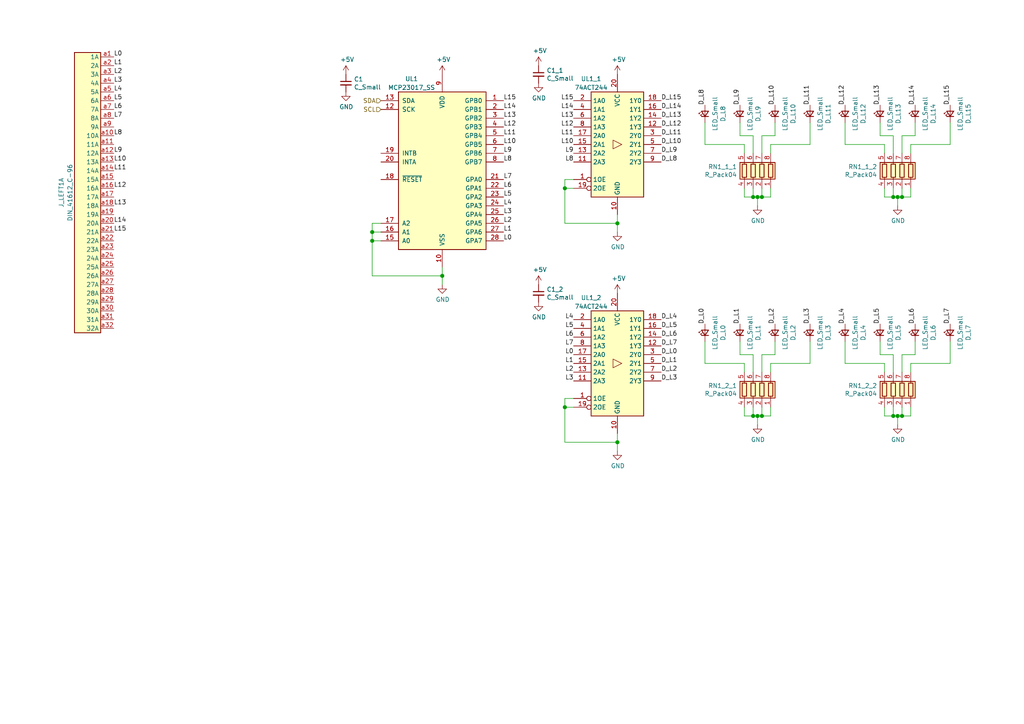
<source format=kicad_sch>
(kicad_sch (version 20200827) (generator eeschema)
  (page 2 2)
  (paper "A4")
  (lib_symbols
    (symbol "74xx:74HCT244"
      (property "Reference" "U" (at -7.62 16.51 0))
      (property "Value" "74HCT244" (at -7.62 -16.51 0))
      (symbol "74HCT244_1_1"
        (rectangle (start -7.62 15.24) (end 7.62 -15.24) (stroke (width 0.254)) (fill (type background)))
      )
      (symbol "74HCT244_1_0"
        (polyline (pts (xy 1.27 0) (xy -1.27 1.27) (xy -1.27 -1.27) (xy 1.27 0)) (stroke (width 0.1524)))
        (pin input inverted (at -12.7 -10.16 0) (length 5.08) (name "1OE") (number "1"))
        (pin power_in line (at 0 -20.32 90) (length 5.08) (name "GND") (number "10"))
        (pin input line (at -12.7 -5.08 0) (length 5.08) (name "2A3") (number "11"))
        (pin tri_state line (at 12.7 5.08 180) (length 5.08) (name "1Y3") (number "12"))
        (pin input line (at -12.7 -2.54 0) (length 5.08) (name "2A2") (number "13"))
        (pin tri_state line (at 12.7 7.62 180) (length 5.08) (name "1Y2") (number "14"))
        (pin input line (at -12.7 0 0) (length 5.08) (name "2A1") (number "15"))
        (pin tri_state line (at 12.7 10.16 180) (length 5.08) (name "1Y1") (number "16"))
        (pin input line (at -12.7 2.54 0) (length 5.08) (name "2A0") (number "17"))
        (pin tri_state line (at 12.7 12.7 180) (length 5.08) (name "1Y0") (number "18"))
        (pin input inverted (at -12.7 -12.7 0) (length 5.08) (name "2OE") (number "19"))
        (pin input line (at -12.7 12.7 0) (length 5.08) (name "1A0") (number "2"))
        (pin power_in line (at 0 20.32 270) (length 5.08) (name "VCC") (number "20"))
        (pin tri_state line (at 12.7 2.54 180) (length 5.08) (name "2Y0") (number "3"))
        (pin input line (at -12.7 10.16 0) (length 5.08) (name "1A1") (number "4"))
        (pin tri_state line (at 12.7 0 180) (length 5.08) (name "2Y1") (number "5"))
        (pin input line (at -12.7 7.62 0) (length 5.08) (name "1A2") (number "6"))
        (pin tri_state line (at 12.7 -2.54 180) (length 5.08) (name "2Y2") (number "7"))
        (pin input line (at -12.7 5.08 0) (length 5.08) (name "1A3") (number "8"))
        (pin tri_state line (at 12.7 -5.08 180) (length 5.08) (name "2Y3") (number "9"))
      )
    )
    (symbol "DIN_41612:DIN_41612_C-96"
      (property "Reference" "J" (at 0 41.91 0))
      (property "Value" "DIN_41612_C-96" (at 6.35 1.27 90))
      (symbol "DIN_41612_C-96_0_1"
        (rectangle (start -3.81 40.64) (end 3.81 -40.64) (stroke (width 0.254)) (fill (type background)))
      )
      (symbol "DIN_41612_C-96_1_1"
        (pin passive line (at -7.62 39.37 0) (length 3.81) (name "1A") (number "a1"))
        (pin passive line (at -7.62 16.51 0) (length 3.81) (name "10A") (number "a10"))
        (pin passive line (at -7.62 13.97 0) (length 3.81) (name "11A") (number "a11"))
        (pin passive line (at -7.62 11.43 0) (length 3.81) (name "12A") (number "a12"))
        (pin passive line (at -7.62 8.89 0) (length 3.81) (name "13A") (number "a13"))
        (pin passive line (at -7.62 6.35 0) (length 3.81) (name "14A") (number "a14"))
        (pin passive line (at -7.62 3.81 0) (length 3.81) (name "15A") (number "a15"))
        (pin passive line (at -7.62 1.27 0) (length 3.81) (name "16A") (number "a16"))
        (pin passive line (at -7.62 -1.27 0) (length 3.81) (name "17A") (number "a17"))
        (pin passive line (at -7.62 -3.81 0) (length 3.81) (name "18A") (number "a18"))
        (pin passive line (at -7.62 -6.35 0) (length 3.81) (name "19A") (number "a19"))
        (pin passive line (at -7.62 36.83 0) (length 3.81) (name "2A") (number "a2"))
        (pin passive line (at -7.62 -8.89 0) (length 3.81) (name "20A") (number "a20"))
        (pin passive line (at -7.62 -11.43 0) (length 3.81) (name "21A") (number "a21"))
        (pin passive line (at -7.62 -13.97 0) (length 3.81) (name "22A") (number "a22"))
        (pin passive line (at -7.62 -16.51 0) (length 3.81) (name "23A") (number "a23"))
        (pin passive line (at -7.62 -19.05 0) (length 3.81) (name "24A") (number "a24"))
        (pin passive line (at -7.62 -21.59 0) (length 3.81) (name "25A") (number "a25"))
        (pin passive line (at -7.62 -24.13 0) (length 3.81) (name "26A") (number "a26"))
        (pin passive line (at -7.62 -26.67 0) (length 3.81) (name "27A") (number "a27"))
        (pin passive line (at -7.62 -29.21 0) (length 3.81) (name "28A") (number "a28"))
        (pin passive line (at -7.62 -31.75 0) (length 3.81) (name "29A") (number "a29"))
        (pin passive line (at -7.62 34.29 0) (length 3.81) (name "3A") (number "a3"))
        (pin passive line (at -7.62 -34.29 0) (length 3.81) (name "30A") (number "a30"))
        (pin passive line (at -7.62 -36.83 0) (length 3.81) (name "31A") (number "a31"))
        (pin passive line (at -7.62 -39.37 0) (length 3.81) (name "32A") (number "a32"))
        (pin passive line (at -7.62 31.75 0) (length 3.81) (name "4A") (number "a4"))
        (pin passive line (at -7.62 29.21 0) (length 3.81) (name "5A") (number "a5"))
        (pin passive line (at -7.62 26.67 0) (length 3.81) (name "6A") (number "a6"))
        (pin passive line (at -7.62 24.13 0) (length 3.81) (name "7A") (number "a7"))
        (pin passive line (at -7.62 21.59 0) (length 3.81) (name "8A") (number "a8"))
        (pin passive line (at -7.62 19.05 0) (length 3.81) (name "9A") (number "a9"))
      )
      (symbol "DIN_41612_C-96_2_1"
        (pin passive line (at -7.62 39.37 0) (length 3.81) (name "1B") (number "b1"))
        (pin passive line (at -7.62 16.51 0) (length 3.81) (name "10B") (number "b10"))
        (pin passive line (at -7.62 13.97 0) (length 3.81) (name "11B") (number "b11"))
        (pin passive line (at -7.62 11.43 0) (length 3.81) (name "12B") (number "b12"))
        (pin passive line (at -7.62 8.89 0) (length 3.81) (name "13B") (number "b13"))
        (pin passive line (at -7.62 6.35 0) (length 3.81) (name "14B") (number "b14"))
        (pin passive line (at -7.62 3.81 0) (length 3.81) (name "15B") (number "b15"))
        (pin passive line (at -7.62 1.27 0) (length 3.81) (name "16B") (number "b16"))
        (pin passive line (at -7.62 -1.27 0) (length 3.81) (name "17B") (number "b17"))
        (pin passive line (at -7.62 -3.81 0) (length 3.81) (name "18B") (number "b18"))
        (pin passive line (at -7.62 -6.35 0) (length 3.81) (name "19B") (number "b19"))
        (pin passive line (at -7.62 36.83 0) (length 3.81) (name "2B") (number "b2"))
        (pin passive line (at -7.62 -8.89 0) (length 3.81) (name "20B") (number "b20"))
        (pin passive line (at -7.62 -11.43 0) (length 3.81) (name "21B") (number "b21"))
        (pin passive line (at -7.62 -13.97 0) (length 3.81) (name "22B") (number "b22"))
        (pin passive line (at -7.62 -16.51 0) (length 3.81) (name "23B") (number "b23"))
        (pin passive line (at -7.62 -19.05 0) (length 3.81) (name "24B") (number "b24"))
        (pin passive line (at -7.62 -21.59 0) (length 3.81) (name "25B") (number "b25"))
        (pin passive line (at -7.62 -24.13 0) (length 3.81) (name "26B") (number "b26"))
        (pin passive line (at -7.62 -26.67 0) (length 3.81) (name "27B") (number "b27"))
        (pin passive line (at -7.62 -29.21 0) (length 3.81) (name "28B") (number "b28"))
        (pin passive line (at -7.62 -31.75 0) (length 3.81) (name "29B") (number "b29"))
        (pin passive line (at -7.62 34.29 0) (length 3.81) (name "3B") (number "b3"))
        (pin passive line (at -7.62 -34.29 0) (length 3.81) (name "30B") (number "b30"))
        (pin passive line (at -7.62 -36.83 0) (length 3.81) (name "31B") (number "b31"))
        (pin passive line (at -7.62 -39.37 0) (length 3.81) (name "32B") (number "b32"))
        (pin passive line (at -7.62 31.75 0) (length 3.81) (name "4B") (number "b4"))
        (pin passive line (at -7.62 29.21 0) (length 3.81) (name "5B") (number "b5"))
        (pin passive line (at -7.62 26.67 0) (length 3.81) (name "6B") (number "b6"))
        (pin passive line (at -7.62 24.13 0) (length 3.81) (name "7B") (number "b7"))
        (pin passive line (at -7.62 21.59 0) (length 3.81) (name "8B") (number "b8"))
        (pin passive line (at -7.62 19.05 0) (length 3.81) (name "9B") (number "b9"))
      )
      (symbol "DIN_41612_C-96_3_1"
        (pin passive line (at -7.62 39.37 0) (length 3.81) (name "1C") (number "c1"))
        (pin passive line (at -7.62 16.51 0) (length 3.81) (name "10C") (number "c10"))
        (pin passive line (at -7.62 13.97 0) (length 3.81) (name "11C") (number "c11"))
        (pin passive line (at -7.62 11.43 0) (length 3.81) (name "12C") (number "c12"))
        (pin passive line (at -7.62 8.89 0) (length 3.81) (name "13C") (number "c13"))
        (pin passive line (at -7.62 6.35 0) (length 3.81) (name "14C") (number "c14"))
        (pin passive line (at -7.62 3.81 0) (length 3.81) (name "15C") (number "c15"))
        (pin passive line (at -7.62 1.27 0) (length 3.81) (name "16C") (number "c16"))
        (pin passive line (at -7.62 -1.27 0) (length 3.81) (name "17C") (number "c17"))
        (pin passive line (at -7.62 -3.81 0) (length 3.81) (name "18C") (number "c18"))
        (pin passive line (at -7.62 -6.35 0) (length 3.81) (name "19C") (number "c19"))
        (pin passive line (at -7.62 36.83 0) (length 3.81) (name "2C") (number "c2"))
        (pin passive line (at -7.62 -8.89 0) (length 3.81) (name "20C") (number "c20"))
        (pin passive line (at -7.62 -11.43 0) (length 3.81) (name "21C") (number "c21"))
        (pin passive line (at -7.62 -13.97 0) (length 3.81) (name "22C") (number "c22"))
        (pin passive line (at -7.62 -16.51 0) (length 3.81) (name "23C") (number "c23"))
        (pin passive line (at -7.62 -19.05 0) (length 3.81) (name "24C") (number "c24"))
        (pin passive line (at -7.62 -21.59 0) (length 3.81) (name "25C") (number "c25"))
        (pin passive line (at -7.62 -24.13 0) (length 3.81) (name "26C") (number "c26"))
        (pin passive line (at -7.62 -26.67 0) (length 3.81) (name "27C") (number "c27"))
        (pin passive line (at -7.62 -29.21 0) (length 3.81) (name "28C") (number "c28"))
        (pin passive line (at -7.62 -31.75 0) (length 3.81) (name "29C") (number "c29"))
        (pin passive line (at -7.62 34.29 0) (length 3.81) (name "3C") (number "c3"))
        (pin passive line (at -7.62 -34.29 0) (length 3.81) (name "30C") (number "c30"))
        (pin passive line (at -7.62 -36.83 0) (length 3.81) (name "31C") (number "c31"))
        (pin passive line (at -7.62 -39.37 0) (length 3.81) (name "32C") (number "c32"))
        (pin passive line (at -7.62 31.75 0) (length 3.81) (name "4C") (number "c4"))
        (pin passive line (at -7.62 29.21 0) (length 3.81) (name "5C") (number "c5"))
        (pin passive line (at -7.62 26.67 0) (length 3.81) (name "6C") (number "c6"))
        (pin passive line (at -7.62 24.13 0) (length 3.81) (name "7C") (number "c7"))
        (pin passive line (at -7.62 21.59 0) (length 3.81) (name "8C") (number "c8"))
        (pin passive line (at -7.62 19.05 0) (length 3.81) (name "9C") (number "c9"))
      )
    )
    (symbol "Device:C_Small" (pin_numbers hide) (pin_names (offset 0.254) hide)
      (property "Reference" "C" (at 0.254 1.778 0))
      (property "Value" "C_Small" (at 0.254 -2.032 0))
      (symbol "C_Small_0_1"
        (polyline (pts (xy -1.524 -0.508) (xy 1.524 -0.508)) (stroke (width 0.3302)))
        (polyline (pts (xy -1.524 0.508) (xy 1.524 0.508)) (stroke (width 0.3048)))
      )
      (symbol "C_Small_1_1"
        (pin passive line (at 0 2.54 270) (length 2.032) (name "~") (number "1"))
        (pin passive line (at 0 -2.54 90) (length 2.032) (name "~") (number "2"))
      )
    )
    (symbol "Device:LED_Small" (pin_numbers hide) (pin_names (offset 0.254) hide)
      (property "Reference" "D" (at -1.27 3.175 0))
      (property "Value" "LED_Small" (at -4.445 -2.54 0))
      (symbol "LED_Small_0_1"
        (polyline (pts (xy -0.762 -1.016) (xy -0.762 1.016)) (stroke (width 0.254)))
        (polyline (pts (xy 1.016 0) (xy -0.762 0)))
        (polyline (pts (xy 0.762 -1.016) (xy -0.762 0) (xy 0.762 1.016) (xy 0.762 -1.016)) (stroke (width 0.254)))
        (polyline (pts (xy 0 0.762) (xy -0.508 1.27) (xy -0.254 1.27) (xy -0.508 1.27) (xy -0.508 1.016)))
        (polyline (pts (xy 0.508 1.27) (xy 0 1.778) (xy 0.254 1.778) (xy 0 1.778) (xy 0 1.524)))
      )
      (symbol "LED_Small_1_1"
        (pin passive line (at -2.54 0 0) (length 1.778) (name "K") (number "1"))
        (pin passive line (at 2.54 0 180) (length 1.778) (name "A") (number "2"))
      )
    )
    (symbol "Device:R_Pack04" (pin_names (offset 0) hide)
      (property "Reference" "RN" (at -7.62 0 90))
      (property "Value" "R_Pack04" (at 5.08 0 90))
      (symbol "R_Pack04_0_1"
        (rectangle (start -6.35 -2.413) (end 3.81 2.413) (stroke (width 0.254)) (fill (type background)))
        (rectangle (start -5.715 1.905) (end -4.445 -1.905) (stroke (width 0.254)))
        (rectangle (start -3.175 1.905) (end -1.905 -1.905) (stroke (width 0.254)))
        (rectangle (start -0.635 1.905) (end 0.635 -1.905) (stroke (width 0.254)))
        (rectangle (start 1.905 1.905) (end 3.175 -1.905) (stroke (width 0.254)))
        (polyline (pts (xy -5.08 -2.54) (xy -5.08 -1.905)))
        (polyline (pts (xy -5.08 1.905) (xy -5.08 2.54)))
        (polyline (pts (xy -2.54 -2.54) (xy -2.54 -1.905)))
        (polyline (pts (xy -2.54 1.905) (xy -2.54 2.54)))
        (polyline (pts (xy 0 -2.54) (xy 0 -1.905)))
        (polyline (pts (xy 0 1.905) (xy 0 2.54)))
        (polyline (pts (xy 2.54 -2.54) (xy 2.54 -1.905)))
        (polyline (pts (xy 2.54 1.905) (xy 2.54 2.54)))
      )
      (symbol "R_Pack04_1_1"
        (pin passive line (at -5.08 -5.08 90) (length 2.54) (name "R1.1") (number "1"))
        (pin passive line (at -2.54 -5.08 90) (length 2.54) (name "R2.1") (number "2"))
        (pin passive line (at 0 -5.08 90) (length 2.54) (name "R3.1") (number "3"))
        (pin passive line (at 2.54 -5.08 90) (length 2.54) (name "R4.1") (number "4"))
        (pin passive line (at 2.54 5.08 270) (length 2.54) (name "R4.2") (number "5"))
        (pin passive line (at 0 5.08 270) (length 2.54) (name "R3.2") (number "6"))
        (pin passive line (at -2.54 5.08 270) (length 2.54) (name "R2.2") (number "7"))
        (pin passive line (at -5.08 5.08 270) (length 2.54) (name "R1.2") (number "8"))
      )
    )
    (symbol "Interface_Expansion:MCP23017_SS" (pin_names (offset 1.016))
      (property "Reference" "U" (at -11.43 24.13 0))
      (property "Value" "MCP23017_SS" (at 0 0 0))
      (symbol "MCP23017_SS_0_1"
        (rectangle (start -12.7 22.86) (end 12.7 -22.86) (stroke (width 0.254)) (fill (type background)))
      )
      (symbol "MCP23017_SS_1_1"
        (pin bidirectional line (at 17.78 20.32 180) (length 5.08) (name "GPB0") (number "1"))
        (pin power_in line (at 0 -27.94 90) (length 5.08) (name "VSS") (number "10"))
        (pin unconnected line (at -12.7 15.24 0) (length 5.08) hide (name "NC") (number "11"))
        (pin input line (at -17.78 17.78 0) (length 5.08) (name "SCK") (number "12"))
        (pin bidirectional line (at -17.78 20.32 0) (length 5.08) (name "SDA") (number "13"))
        (pin unconnected line (at -12.7 12.7 0) (length 5.08) hide (name "NC") (number "14"))
        (pin input line (at -17.78 -20.32 0) (length 5.08) (name "A0") (number "15"))
        (pin input line (at -17.78 -17.78 0) (length 5.08) (name "A1") (number "16"))
        (pin input line (at -17.78 -15.24 0) (length 5.08) (name "A2") (number "17"))
        (pin input line (at -17.78 -2.54 0) (length 5.08) (name "~RESET~") (number "18"))
        (pin tri_state line (at -17.78 5.08 0) (length 5.08) (name "INTB") (number "19"))
        (pin bidirectional line (at 17.78 17.78 180) (length 5.08) (name "GPB1") (number "2"))
        (pin tri_state line (at -17.78 2.54 0) (length 5.08) (name "INTA") (number "20"))
        (pin bidirectional line (at 17.78 -2.54 180) (length 5.08) (name "GPA0") (number "21"))
        (pin bidirectional line (at 17.78 -5.08 180) (length 5.08) (name "GPA1") (number "22"))
        (pin bidirectional line (at 17.78 -7.62 180) (length 5.08) (name "GPA2") (number "23"))
        (pin bidirectional line (at 17.78 -10.16 180) (length 5.08) (name "GPA3") (number "24"))
        (pin bidirectional line (at 17.78 -12.7 180) (length 5.08) (name "GPA4") (number "25"))
        (pin bidirectional line (at 17.78 -15.24 180) (length 5.08) (name "GPA5") (number "26"))
        (pin bidirectional line (at 17.78 -17.78 180) (length 5.08) (name "GPA6") (number "27"))
        (pin bidirectional line (at 17.78 -20.32 180) (length 5.08) (name "GPA7") (number "28"))
        (pin bidirectional line (at 17.78 15.24 180) (length 5.08) (name "GPB2") (number "3"))
        (pin bidirectional line (at 17.78 12.7 180) (length 5.08) (name "GPB3") (number "4"))
        (pin bidirectional line (at 17.78 10.16 180) (length 5.08) (name "GPB4") (number "5"))
        (pin bidirectional line (at 17.78 7.62 180) (length 5.08) (name "GPB5") (number "6"))
        (pin bidirectional line (at 17.78 5.08 180) (length 5.08) (name "GPB6") (number "7"))
        (pin bidirectional line (at 17.78 2.54 180) (length 5.08) (name "GPB7") (number "8"))
        (pin power_in line (at 0 27.94 270) (length 5.08) (name "VDD") (number "9"))
      )
    )
    (symbol "power:+5V" (power) (pin_names (offset 0))
      (property "Value" "+5V" (at 0 3.556 0))
      (symbol "+5V_0_1"
        (polyline (pts (xy -0.762 1.27) (xy 0 2.54)))
        (polyline (pts (xy 0 0) (xy 0 2.54)))
        (polyline (pts (xy 0 2.54) (xy 0.762 1.27)))
      )
      (symbol "+5V_1_1"
        (pin power_in line (at 0 0 90) (length 0) hide (name "+5V") (number "1"))
      )
    )
    (symbol "power:GND" (power) (pin_names (offset 0))
      (property "Value" "GND" (at 0 -3.81 0))
      (symbol "GND_0_1"
        (polyline (pts (xy 0 0) (xy 0 -1.27) (xy 1.27 -1.27) (xy 0 -2.54) (xy -1.27 -1.27) (xy 0 -1.27)))
      )
      (symbol "GND_1_1"
        (pin power_in line (at 0 0 270) (length 0) hide (name "GND") (number "1"))
      )
    )
  )
  (junction (at 107.95 67.31) (diameter 1.016))
  (junction (at 107.95 69.85) (diameter 1.016))
  (junction (at 128.27 80.01) (diameter 1.016))
  (junction (at 163.83 54.61) (diameter 1.016))
  (junction (at 163.83 118.11) (diameter 1.016))
  (junction (at 179.07 64.77) (diameter 1.016))
  (junction (at 179.07 128.27) (diameter 1.016))
  (junction (at 218.44 57.15) (diameter 1.016))
  (junction (at 218.44 120.65) (diameter 1.016))
  (junction (at 219.71 57.15) (diameter 1.016))
  (junction (at 219.71 120.65) (diameter 1.016))
  (junction (at 220.98 57.15) (diameter 1.016))
  (junction (at 220.98 120.65) (diameter 1.016))
  (junction (at 259.08 57.15) (diameter 1.016))
  (junction (at 259.08 120.65) (diameter 1.016))
  (junction (at 260.35 57.15) (diameter 1.016))
  (junction (at 260.35 120.65) (diameter 1.016))
  (junction (at 261.62 57.15) (diameter 1.016))
  (junction (at 261.62 120.65) (diameter 1.016))
  (wire (pts (xy 107.95 64.77) (xy 107.95 67.31)))
  (wire (pts (xy 107.95 67.31) (xy 107.95 69.85)))
  (wire (pts (xy 107.95 67.31) (xy 110.49 67.31)))
  (wire (pts (xy 107.95 69.85) (xy 107.95 80.01)))
  (wire (pts (xy 107.95 69.85) (xy 110.49 69.85)))
  (wire (pts (xy 107.95 80.01) (xy 128.27 80.01)))
  (wire (pts (xy 110.49 64.77) (xy 107.95 64.77)))
  (wire (pts (xy 128.27 77.47) (xy 128.27 80.01)))
  (wire (pts (xy 128.27 80.01) (xy 128.27 82.55)))
  (wire (pts (xy 163.83 52.07) (xy 163.83 54.61)))
  (wire (pts (xy 163.83 54.61) (xy 163.83 64.77)))
  (wire (pts (xy 163.83 54.61) (xy 166.37 54.61)))
  (wire (pts (xy 163.83 64.77) (xy 179.07 64.77)))
  (wire (pts (xy 163.83 115.57) (xy 163.83 118.11)))
  (wire (pts (xy 163.83 118.11) (xy 163.83 128.27)))
  (wire (pts (xy 163.83 118.11) (xy 166.37 118.11)))
  (wire (pts (xy 163.83 128.27) (xy 179.07 128.27)))
  (wire (pts (xy 166.37 52.07) (xy 163.83 52.07)))
  (wire (pts (xy 166.37 115.57) (xy 163.83 115.57)))
  (wire (pts (xy 179.07 64.77) (xy 179.07 62.23)))
  (wire (pts (xy 179.07 64.77) (xy 179.07 67.31)))
  (wire (pts (xy 179.07 128.27) (xy 179.07 125.73)))
  (wire (pts (xy 179.07 128.27) (xy 179.07 130.81)))
  (wire (pts (xy 204.47 35.56) (xy 204.47 41.91)))
  (wire (pts (xy 204.47 99.06) (xy 204.47 105.41)))
  (wire (pts (xy 214.63 35.56) (xy 214.63 39.37)))
  (wire (pts (xy 214.63 39.37) (xy 218.44 39.37)))
  (wire (pts (xy 214.63 99.06) (xy 214.63 102.87)))
  (wire (pts (xy 214.63 102.87) (xy 218.44 102.87)))
  (wire (pts (xy 215.9 41.91) (xy 204.47 41.91)))
  (wire (pts (xy 215.9 44.45) (xy 215.9 41.91)))
  (wire (pts (xy 215.9 54.61) (xy 215.9 57.15)))
  (wire (pts (xy 215.9 57.15) (xy 218.44 57.15)))
  (wire (pts (xy 215.9 105.41) (xy 204.47 105.41)))
  (wire (pts (xy 215.9 107.95) (xy 215.9 105.41)))
  (wire (pts (xy 215.9 118.11) (xy 215.9 120.65)))
  (wire (pts (xy 215.9 120.65) (xy 218.44 120.65)))
  (wire (pts (xy 218.44 39.37) (xy 218.44 44.45)))
  (wire (pts (xy 218.44 54.61) (xy 218.44 57.15)))
  (wire (pts (xy 218.44 57.15) (xy 219.71 57.15)))
  (wire (pts (xy 218.44 102.87) (xy 218.44 107.95)))
  (wire (pts (xy 218.44 118.11) (xy 218.44 120.65)))
  (wire (pts (xy 218.44 120.65) (xy 219.71 120.65)))
  (wire (pts (xy 219.71 57.15) (xy 219.71 59.69)))
  (wire (pts (xy 219.71 57.15) (xy 220.98 57.15)))
  (wire (pts (xy 219.71 120.65) (xy 219.71 123.19)))
  (wire (pts (xy 219.71 120.65) (xy 220.98 120.65)))
  (wire (pts (xy 220.98 39.37) (xy 220.98 44.45)))
  (wire (pts (xy 220.98 54.61) (xy 220.98 57.15)))
  (wire (pts (xy 220.98 57.15) (xy 223.52 57.15)))
  (wire (pts (xy 220.98 102.87) (xy 220.98 107.95)))
  (wire (pts (xy 220.98 118.11) (xy 220.98 120.65)))
  (wire (pts (xy 220.98 120.65) (xy 223.52 120.65)))
  (wire (pts (xy 223.52 41.91) (xy 234.95 41.91)))
  (wire (pts (xy 223.52 44.45) (xy 223.52 41.91)))
  (wire (pts (xy 223.52 54.61) (xy 223.52 57.15)))
  (wire (pts (xy 223.52 105.41) (xy 234.95 105.41)))
  (wire (pts (xy 223.52 107.95) (xy 223.52 105.41)))
  (wire (pts (xy 223.52 118.11) (xy 223.52 120.65)))
  (wire (pts (xy 224.79 35.56) (xy 224.79 39.37)))
  (wire (pts (xy 224.79 39.37) (xy 220.98 39.37)))
  (wire (pts (xy 224.79 99.06) (xy 224.79 102.87)))
  (wire (pts (xy 224.79 102.87) (xy 220.98 102.87)))
  (wire (pts (xy 234.95 41.91) (xy 234.95 35.56)))
  (wire (pts (xy 234.95 105.41) (xy 234.95 99.06)))
  (wire (pts (xy 245.11 35.56) (xy 245.11 41.91)))
  (wire (pts (xy 245.11 41.91) (xy 256.54 41.91)))
  (wire (pts (xy 245.11 99.06) (xy 245.11 105.41)))
  (wire (pts (xy 245.11 105.41) (xy 256.54 105.41)))
  (wire (pts (xy 255.27 35.56) (xy 255.27 39.37)))
  (wire (pts (xy 255.27 39.37) (xy 259.08 39.37)))
  (wire (pts (xy 255.27 99.06) (xy 255.27 102.87)))
  (wire (pts (xy 255.27 102.87) (xy 259.08 102.87)))
  (wire (pts (xy 256.54 41.91) (xy 256.54 44.45)))
  (wire (pts (xy 256.54 54.61) (xy 256.54 57.15)))
  (wire (pts (xy 256.54 57.15) (xy 259.08 57.15)))
  (wire (pts (xy 256.54 105.41) (xy 256.54 107.95)))
  (wire (pts (xy 256.54 118.11) (xy 256.54 120.65)))
  (wire (pts (xy 256.54 120.65) (xy 259.08 120.65)))
  (wire (pts (xy 259.08 39.37) (xy 259.08 44.45)))
  (wire (pts (xy 259.08 54.61) (xy 259.08 57.15)))
  (wire (pts (xy 259.08 57.15) (xy 260.35 57.15)))
  (wire (pts (xy 259.08 102.87) (xy 259.08 107.95)))
  (wire (pts (xy 259.08 118.11) (xy 259.08 120.65)))
  (wire (pts (xy 259.08 120.65) (xy 260.35 120.65)))
  (wire (pts (xy 260.35 57.15) (xy 260.35 59.69)))
  (wire (pts (xy 260.35 57.15) (xy 261.62 57.15)))
  (wire (pts (xy 260.35 120.65) (xy 260.35 123.19)))
  (wire (pts (xy 260.35 120.65) (xy 261.62 120.65)))
  (wire (pts (xy 261.62 39.37) (xy 261.62 44.45)))
  (wire (pts (xy 261.62 54.61) (xy 261.62 57.15)))
  (wire (pts (xy 261.62 57.15) (xy 264.16 57.15)))
  (wire (pts (xy 261.62 102.87) (xy 261.62 107.95)))
  (wire (pts (xy 261.62 118.11) (xy 261.62 120.65)))
  (wire (pts (xy 261.62 120.65) (xy 264.16 120.65)))
  (wire (pts (xy 264.16 41.91) (xy 275.59 41.91)))
  (wire (pts (xy 264.16 44.45) (xy 264.16 41.91)))
  (wire (pts (xy 264.16 57.15) (xy 264.16 54.61)))
  (wire (pts (xy 264.16 105.41) (xy 275.59 105.41)))
  (wire (pts (xy 264.16 107.95) (xy 264.16 105.41)))
  (wire (pts (xy 264.16 120.65) (xy 264.16 118.11)))
  (wire (pts (xy 265.43 35.56) (xy 265.43 39.37)))
  (wire (pts (xy 265.43 39.37) (xy 261.62 39.37)))
  (wire (pts (xy 265.43 99.06) (xy 265.43 102.87)))
  (wire (pts (xy 265.43 102.87) (xy 261.62 102.87)))
  (wire (pts (xy 275.59 41.91) (xy 275.59 35.56)))
  (wire (pts (xy 275.59 105.41) (xy 275.59 99.06)))
  (label "L0" (at 33.02 16.51 0))
  (label "L1" (at 33.02 19.05 0))
  (label "L2" (at 33.02 21.59 0))
  (label "L3" (at 33.02 24.13 0))
  (label "L4" (at 33.02 26.67 0))
  (label "L5" (at 33.02 29.21 0))
  (label "L6" (at 33.02 31.75 0))
  (label "L7" (at 33.02 34.29 0))
  (label "L8" (at 33.02 39.37 0))
  (label "L9" (at 33.02 44.45 0))
  (label "L10" (at 33.02 46.99 0))
  (label "L11" (at 33.02 49.53 0))
  (label "L12" (at 33.02 54.61 0))
  (label "L13" (at 33.02 59.69 0))
  (label "L14" (at 33.02 64.77 0))
  (label "L15" (at 33.02 67.31 0))
  (label "L15" (at 146.05 29.21 0))
  (label "L14" (at 146.05 31.75 0))
  (label "L13" (at 146.05 34.29 0))
  (label "L12" (at 146.05 36.83 0))
  (label "L11" (at 146.05 39.37 0))
  (label "L10" (at 146.05 41.91 0))
  (label "L9" (at 146.05 44.45 0))
  (label "L8" (at 146.05 46.99 0))
  (label "L7" (at 146.05 52.07 0))
  (label "L6" (at 146.05 54.61 0))
  (label "L5" (at 146.05 57.15 0))
  (label "L4" (at 146.05 59.69 0))
  (label "L3" (at 146.05 62.23 0))
  (label "L2" (at 146.05 64.77 0))
  (label "L1" (at 146.05 67.31 0))
  (label "L0" (at 146.05 69.85 0))
  (label "L15" (at 166.37 29.21 180))
  (label "L14" (at 166.37 31.75 180))
  (label "L13" (at 166.37 34.29 180))
  (label "L12" (at 166.37 36.83 180))
  (label "L11" (at 166.37 39.37 180))
  (label "L10" (at 166.37 41.91 180))
  (label "L9" (at 166.37 44.45 180))
  (label "L8" (at 166.37 46.99 180))
  (label "L4" (at 166.37 92.71 180))
  (label "L5" (at 166.37 95.25 180))
  (label "L6" (at 166.37 97.79 180))
  (label "L7" (at 166.37 100.33 180))
  (label "L0" (at 166.37 102.87 180))
  (label "L1" (at 166.37 105.41 180))
  (label "L2" (at 166.37 107.95 180))
  (label "L3" (at 166.37 110.49 180))
  (label "D_L15" (at 191.77 29.21 0))
  (label "D_L14" (at 191.77 31.75 0))
  (label "D_L13" (at 191.77 34.29 0))
  (label "D_L12" (at 191.77 36.83 0))
  (label "D_L11" (at 191.77 39.37 0))
  (label "D_L10" (at 191.77 41.91 0))
  (label "D_L9" (at 191.77 44.45 0))
  (label "D_L8" (at 191.77 46.99 0))
  (label "D_L4" (at 191.77 92.71 0))
  (label "D_L5" (at 191.77 95.25 0))
  (label "D_L6" (at 191.77 97.79 0))
  (label "D_L7" (at 191.77 100.33 0))
  (label "D_L0" (at 191.77 102.87 0))
  (label "D_L1" (at 191.77 105.41 0))
  (label "D_L2" (at 191.77 107.95 0))
  (label "D_L3" (at 191.77 110.49 0))
  (label "D_L8" (at 204.47 30.48 90))
  (label "D_L0" (at 204.47 93.98 90))
  (label "D_L9" (at 214.63 30.48 90))
  (label "D_L1" (at 214.63 93.98 90))
  (label "D_L10" (at 224.79 30.48 90))
  (label "D_L2" (at 224.79 93.98 90))
  (label "D_L11" (at 234.95 30.48 90))
  (label "D_L3" (at 234.95 93.98 90))
  (label "D_L12" (at 245.11 30.48 90))
  (label "D_L4" (at 245.11 93.98 90))
  (label "D_L13" (at 255.27 30.48 90))
  (label "D_L5" (at 255.27 93.98 90))
  (label "D_L14" (at 265.43 30.48 90))
  (label "D_L6" (at 265.43 93.98 90))
  (label "D_L15" (at 275.59 30.48 90))
  (label "D_L7" (at 275.59 93.98 90))
  (hierarchical_label "SDA" (shape input) (at 110.49 29.21 180))
  (hierarchical_label "SCL" (shape input) (at 110.49 31.75 180))
  (symbol (lib_id "power:+5V") (at 100.33 21.59 0) (unit 1)
    (property "Reference" "#PWR0109" (effects hide))
    (property "Value" "+5V" (at 100.6983 17.2656 0))
  )
  (symbol (lib_id "power:+5V") (at 128.27 21.59 0) (unit 1)
    (property "Reference" "#PWR0107" (effects hide))
    (property "Value" "+5V" (at 128.6383 17.2656 0))
  )
  (symbol (lib_id "power:+5V") (at 156.21 19.05 0) (unit 1)
    (property "Reference" "#PWR0121" (effects hide))
    (property "Value" "+5V" (at 156.5783 14.7256 0))
  )
  (symbol (lib_id "power:+5V") (at 156.21 82.55 0) (unit 1)
    (property "Reference" "#PWR0119" (effects hide))
    (property "Value" "+5V" (at 156.5783 78.2256 0))
  )
  (symbol (lib_id "power:+5V") (at 179.07 21.59 0) (unit 1)
    (property "Reference" "#PWR0112" (effects hide))
    (property "Value" "+5V" (at 179.4383 17.2656 0))
  )
  (symbol (lib_id "power:+5V") (at 179.07 85.09 0) (unit 1)
    (property "Reference" "#PWR0115" (effects hide))
    (property "Value" "+5V" (at 179.4383 80.7656 0))
  )
  (symbol (lib_id "power:GND") (at 100.33 26.67 0) (unit 1)
    (property "Reference" "#PWR0110" (effects hide))
    (property "Value" "GND" (at 100.4443 30.9944 0))
  )
  (symbol (lib_id "power:GND") (at 128.27 82.55 0) (unit 1)
    (property "Reference" "#PWR0108" (effects hide))
    (property "Value" "GND" (at 128.3843 86.8744 0))
  )
  (symbol (lib_id "power:GND") (at 156.21 24.13 0) (unit 1)
    (property "Reference" "#PWR0122" (effects hide))
    (property "Value" "GND" (at 156.3243 28.4544 0))
  )
  (symbol (lib_id "power:GND") (at 156.21 87.63 0) (unit 1)
    (property "Reference" "#PWR0120" (effects hide))
    (property "Value" "GND" (at 156.3243 91.9544 0))
  )
  (symbol (lib_id "power:GND") (at 179.07 67.31 0) (unit 1)
    (property "Reference" "#PWR0111" (effects hide))
    (property "Value" "GND" (at 179.1843 71.6344 0))
  )
  (symbol (lib_id "power:GND") (at 179.07 130.81 0) (unit 1)
    (property "Reference" "#PWR0116" (effects hide))
    (property "Value" "GND" (at 179.1843 135.1344 0))
  )
  (symbol (lib_id "power:GND") (at 219.71 59.69 0) (unit 1)
    (property "Reference" "#PWR0114" (effects hide))
    (property "Value" "GND" (at 219.8243 64.0144 0))
  )
  (symbol (lib_id "power:GND") (at 219.71 123.19 0) (unit 1)
    (property "Reference" "#PWR0118" (effects hide))
    (property "Value" "GND" (at 219.8243 127.5144 0))
  )
  (symbol (lib_id "power:GND") (at 260.35 59.69 0) (unit 1)
    (property "Reference" "#PWR0113" (effects hide))
    (property "Value" "GND" (at 260.4643 64.0144 0))
  )
  (symbol (lib_id "power:GND") (at 260.35 123.19 0) (unit 1)
    (property "Reference" "#PWR0117" (effects hide))
    (property "Value" "GND" (at 260.4643 127.5144 0))
  )
  (symbol (lib_id "Device:LED_Small") (at 204.47 33.02 90) (unit 1)
    (property "Reference" "D_L8" (at 209.696 33.02 0))
    (property "Value" "LED_Small" (at 207.3975 33.02 0))
    (property "Footprint" "LED_SMD:LED_1206_3216Metric_Castellated" (effects hide))
    (property "Digikey" " 160-1167-1-ND " (effects hide))
    (property "Manufacturer" "LTST-C150CKT " (effects hide))
  )
  (symbol (lib_id "Device:LED_Small") (at 204.47 96.52 90) (unit 1)
    (property "Reference" "D_L0" (at 209.696 96.52 0))
    (property "Value" "LED_Small" (at 207.3975 96.52 0))
    (property "Footprint" "LED_SMD:LED_1206_3216Metric_Castellated" (effects hide))
    (property "Digikey" " 160-1167-1-ND " (effects hide))
    (property "Manufacturer" "LTST-C150CKT " (effects hide))
  )
  (symbol (lib_id "Device:LED_Small") (at 214.63 33.02 90) (unit 1)
    (property "Reference" "D_L9" (at 219.856 33.02 0))
    (property "Value" "LED_Small" (at 217.5575 33.02 0))
    (property "Footprint" "LED_SMD:LED_1206_3216Metric_Castellated" (effects hide))
    (property "Digikey" " 160-1167-1-ND " (effects hide))
    (property "Manufacturer" "LTST-C150CKT " (effects hide))
  )
  (symbol (lib_id "Device:LED_Small") (at 214.63 96.52 90) (unit 1)
    (property "Reference" "D_L1" (at 219.856 96.52 0))
    (property "Value" "LED_Small" (at 217.5575 96.52 0))
    (property "Footprint" "LED_SMD:LED_1206_3216Metric_Castellated" (effects hide))
    (property "Digikey" " 160-1167-1-ND " (effects hide))
    (property "Manufacturer" "LTST-C150CKT " (effects hide))
  )
  (symbol (lib_id "Device:LED_Small") (at 224.79 33.02 90) (unit 1)
    (property "Reference" "D_L10" (at 230.016 33.02 0))
    (property "Value" "LED_Small" (at 227.7175 33.02 0))
    (property "Footprint" "LED_SMD:LED_1206_3216Metric_Castellated" (effects hide))
    (property "Digikey" " 160-1167-1-ND " (effects hide))
    (property "Manufacturer" "LTST-C150CKT " (effects hide))
  )
  (symbol (lib_id "Device:LED_Small") (at 224.79 96.52 90) (unit 1)
    (property "Reference" "D_L2" (at 230.016 96.52 0))
    (property "Value" "LED_Small" (at 227.7175 96.52 0))
    (property "Footprint" "LED_SMD:LED_1206_3216Metric_Castellated" (effects hide))
    (property "Digikey" " 160-1167-1-ND " (effects hide))
    (property "Manufacturer" "LTST-C150CKT " (effects hide))
  )
  (symbol (lib_id "Device:LED_Small") (at 234.95 33.02 90) (unit 1)
    (property "Reference" "D_L11" (at 240.176 33.02 0))
    (property "Value" "LED_Small" (at 237.8775 33.02 0))
    (property "Footprint" "LED_SMD:LED_1206_3216Metric_Castellated" (effects hide))
    (property "Digikey" " 160-1167-1-ND " (effects hide))
    (property "Manufacturer" "LTST-C150CKT " (effects hide))
  )
  (symbol (lib_id "Device:LED_Small") (at 234.95 96.52 90) (unit 1)
    (property "Reference" "D_L3" (at 240.176 96.52 0))
    (property "Value" "LED_Small" (at 237.8775 96.52 0))
    (property "Footprint" "LED_SMD:LED_1206_3216Metric_Castellated" (effects hide))
    (property "Digikey" " 160-1167-1-ND " (effects hide))
    (property "Manufacturer" "LTST-C150CKT " (effects hide))
  )
  (symbol (lib_id "Device:LED_Small") (at 245.11 33.02 90) (unit 1)
    (property "Reference" "D_L12" (at 250.336 33.02 0))
    (property "Value" "LED_Small" (at 248.0375 33.02 0))
    (property "Footprint" "LED_SMD:LED_1206_3216Metric_Castellated" (effects hide))
    (property "Digikey" " 160-1167-1-ND " (effects hide))
    (property "Manufacturer" "LTST-C150CKT " (effects hide))
  )
  (symbol (lib_id "Device:LED_Small") (at 245.11 96.52 90) (unit 1)
    (property "Reference" "D_L4" (at 250.336 96.52 0))
    (property "Value" "LED_Small" (at 248.0375 96.52 0))
    (property "Footprint" "LED_SMD:LED_1206_3216Metric_Castellated" (effects hide))
    (property "Digikey" " 160-1167-1-ND " (effects hide))
    (property "Manufacturer" "LTST-C150CKT " (effects hide))
  )
  (symbol (lib_id "Device:LED_Small") (at 255.27 33.02 90) (unit 1)
    (property "Reference" "D_L13" (at 260.496 33.02 0))
    (property "Value" "LED_Small" (at 258.1975 33.02 0))
    (property "Footprint" "LED_SMD:LED_1206_3216Metric_Castellated" (effects hide))
    (property "Digikey" " 160-1167-1-ND " (effects hide))
    (property "Manufacturer" "LTST-C150CKT " (effects hide))
  )
  (symbol (lib_id "Device:LED_Small") (at 255.27 96.52 90) (unit 1)
    (property "Reference" "D_L5" (at 260.496 96.52 0))
    (property "Value" "LED_Small" (at 258.1975 96.52 0))
    (property "Footprint" "LED_SMD:LED_1206_3216Metric_Castellated" (effects hide))
    (property "Digikey" " 160-1167-1-ND " (effects hide))
    (property "Manufacturer" "LTST-C150CKT " (effects hide))
  )
  (symbol (lib_id "Device:LED_Small") (at 265.43 33.02 90) (unit 1)
    (property "Reference" "D_L14" (at 270.656 33.02 0))
    (property "Value" "LED_Small" (at 268.3575 33.02 0))
    (property "Footprint" "LED_SMD:LED_1206_3216Metric_Castellated" (effects hide))
    (property "Digikey" " 160-1167-1-ND " (effects hide))
    (property "Manufacturer" "LTST-C150CKT " (effects hide))
  )
  (symbol (lib_id "Device:LED_Small") (at 265.43 96.52 90) (unit 1)
    (property "Reference" "D_L6" (at 270.656 96.52 0))
    (property "Value" "LED_Small" (at 268.3575 96.52 0))
    (property "Footprint" "LED_SMD:LED_1206_3216Metric_Castellated" (effects hide))
    (property "Digikey" " 160-1167-1-ND " (effects hide))
    (property "Manufacturer" "LTST-C150CKT " (effects hide))
  )
  (symbol (lib_id "Device:LED_Small") (at 275.59 33.02 90) (unit 1)
    (property "Reference" "D_L15" (at 280.816 33.02 0))
    (property "Value" "LED_Small" (at 278.5175 33.02 0))
    (property "Footprint" "LED_SMD:LED_1206_3216Metric_Castellated" (effects hide))
    (property "Digikey" " 160-1167-1-ND " (effects hide))
    (property "Manufacturer" "LTST-C150CKT " (effects hide))
  )
  (symbol (lib_id "Device:LED_Small") (at 275.59 96.52 90) (unit 1)
    (property "Reference" "D_L7" (at 280.816 96.52 0))
    (property "Value" "LED_Small" (at 278.5175 96.52 0))
    (property "Footprint" "LED_SMD:LED_1206_3216Metric_Castellated" (effects hide))
    (property "Digikey" " 160-1167-1-ND " (effects hide))
    (property "Manufacturer" "LTST-C150CKT " (effects hide))
  )
  (symbol (lib_id "Device:C_Small") (at 100.33 24.13 0) (unit 1)
    (property "Reference" "C1" (at 102.6542 22.9806 0) (effects (justify left)))
    (property "Value" "C_Small" (at 102.6542 25.2793 0) (effects (justify left)))
    (property "Footprint" "Capacitor_SMD:C_1206_3216Metric" (effects hide))
  )
  (symbol (lib_id "Device:C_Small") (at 156.21 21.59 0) (unit 1)
    (property "Reference" "C1_1" (at 158.534 20.441 0) (effects (justify left)))
    (property "Value" "C_Small" (at 158.5342 22.7393 0) (effects (justify left)))
    (property "Footprint" "Capacitor_SMD:C_1206_3216Metric" (effects hide))
  )
  (symbol (lib_id "Device:C_Small") (at 156.21 85.09 0) (unit 1)
    (property "Reference" "C1_2" (at 158.534 83.941 0) (effects (justify left)))
    (property "Value" "C_Small" (at 158.5342 86.2393 0) (effects (justify left)))
    (property "Footprint" "Capacitor_SMD:C_1206_3216Metric" (effects hide))
  )
  (symbol (lib_id "Device:R_Pack04") (at 218.44 49.53 0) (mirror y) (unit 1)
    (property "Reference" "RN1_1_1" (at 213.766 48.381 0) (effects (justify left)))
    (property "Value" "R_Pack04" (at 213.7663 50.6793 0) (effects (justify left)))
    (property "Footprint" "Resistor_SMD:R_Array_Convex_4x1206" (effects hide))
    (property "Manufacturer" "CAY16-331J4LF" (effects hide))
    (property "Digikey" "CAY16-331J4LFCT-ND" (effects hide))
  )
  (symbol (lib_id "Device:R_Pack04") (at 218.44 113.03 0) (mirror y) (unit 1)
    (property "Reference" "RN1_2_1" (at 213.766 111.881 0) (effects (justify left)))
    (property "Value" "R_Pack04" (at 213.7663 114.1793 0) (effects (justify left)))
    (property "Footprint" "Resistor_SMD:R_Array_Convex_4x1206" (effects hide))
    (property "Manufacturer" "CAY16-331J4LF" (effects hide))
    (property "Digikey" "CAY16-331J4LFCT-ND" (effects hide))
  )
  (symbol (lib_id "Device:R_Pack04") (at 259.08 49.53 0) (mirror y) (unit 1)
    (property "Reference" "RN1_1_2" (at 254.406 48.381 0) (effects (justify left)))
    (property "Value" "R_Pack04" (at 254.4063 50.6793 0) (effects (justify left)))
    (property "Footprint" "Resistor_SMD:R_Array_Convex_4x1206" (effects hide))
    (property "Digikey" "CAY16-331J4LFCT-ND" (effects hide))
    (property "Manufacturer" "CAY16-331J4LF" (effects hide))
  )
  (symbol (lib_id "Device:R_Pack04") (at 259.08 113.03 0) (mirror y) (unit 1)
    (property "Reference" "RN1_2_2" (at 254.406 111.881 0) (effects (justify left)))
    (property "Value" "R_Pack04" (at 254.4063 114.1793 0) (effects (justify left)))
    (property "Footprint" "Resistor_SMD:R_Array_Convex_4x1206" (effects hide))
    (property "Digikey" "CAY16-331J4LFCT-ND" (effects hide))
    (property "Manufacturer" "CAY16-331J4LF" (effects hide))
  )
  (symbol (lib_id "DIN_41612:DIN_41612_C-96") (at 25.4 55.88 0) (mirror y) (unit 1)
    (property "Reference" "J_LEFT1" (at 17.78 55.88 90))
    (property "Value" "DIN_41612_C-96" (at 20.32 55.88 90))
    (property "Footprint" "Connector_DIN:DIN41612_C_3x32_Male_Horizontal_THT" (effects hide))
    (property "Datasheet" " ~" (effects hide))
  )
  (symbol (lib_id "74xx:74HCT244") (at 179.07 41.91 0) (unit 1)
    (property "Reference" "UL1_1" (at 171.45 22.86 0))
    (property "Value" "74ACT244" (at 171.45 25.4 0))
    (property "Footprint" "Package_SO:TSSOP-20_4.4x6.5mm_P0.65mm" (effects hide))
    (property "Datasheet" "https://assets.nexperia.com/documents/data-sheet/74HC_HCT244.pdf" (effects hide))
    (property "Manufacturer" "SN74ACT244PWR" (effects hide))
    (property "Digikey" "296-1071-1-ND" (effects hide))
  )
  (symbol (lib_id "74xx:74HCT244") (at 179.07 105.41 0) (unit 1)
    (property "Reference" "UL1_2" (at 171.45 86.36 0))
    (property "Value" "74ACT244" (at 171.45 88.9 0))
    (property "Footprint" "Package_SO:TSSOP-20_4.4x6.5mm_P0.65mm" (effects hide))
    (property "Datasheet" "https://assets.nexperia.com/documents/data-sheet/74HC_HCT244.pdf" (effects hide))
    (property "Manufacturer" "SN74ACT244PWR" (effects hide))
    (property "Digikey" "296-1071-1-ND" (effects hide))
  )
  (symbol (lib_id "Interface_Expansion:MCP23017_SS") (at 128.27 49.53 0) (unit 1)
    (property "Reference" "UL1" (at 119.38 22.86 0))
    (property "Value" "MCP23017_SS" (at 119.38 25.4 0))
    (property "Footprint" "Package_SO:SSOP-28_5.3x10.2mm_P0.65mm" (effects hide))
    (property "Datasheet" "http://ww1.microchip.com/downloads/en/DeviceDoc/20001952C.pdf" (effects hide))
  )
)
</source>
